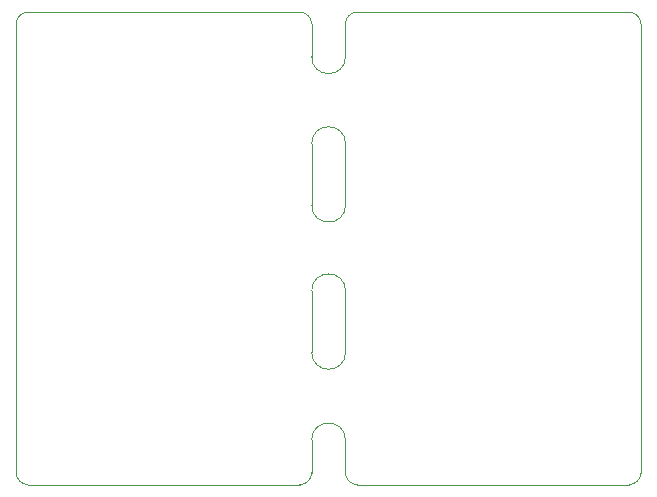
<source format=gbr>
%TF.GenerationSoftware,KiCad,Pcbnew,7.0.1*%
%TF.CreationDate,2023-07-22T01:46:55+03:00*%
%TF.ProjectId,kr556rt2,6b723535-3672-4743-922e-6b696361645f,rev?*%
%TF.SameCoordinates,Original*%
%TF.FileFunction,Profile,NP*%
%FSLAX46Y46*%
G04 Gerber Fmt 4.6, Leading zero omitted, Abs format (unit mm)*
G04 Created by KiCad (PCBNEW 7.0.1) date 2023-07-22 01:46:55*
%MOMM*%
%LPD*%
G01*
G04 APERTURE LIST*
%TA.AperFunction,Profile*%
%ADD10C,0.100000*%
%TD*%
G04 APERTURE END LIST*
D10*
X59547000Y-38100000D02*
X82560123Y-38100000D01*
X86416677Y-74321277D02*
G75*
G03*
X83560123Y-74321277I-1428277J0D01*
G01*
X83560123Y-41878723D02*
G75*
G03*
X86416677Y-41878723I1428277J0D01*
G01*
X83566000Y-54441961D02*
X83566000Y-49231077D01*
X87416677Y-78100000D02*
X110429800Y-78100000D01*
X87416677Y-38099977D02*
G75*
G03*
X86416677Y-39100000I23J-1000023D01*
G01*
X111429800Y-39100000D02*
G75*
G03*
X110429800Y-38100000I-1000000J0D01*
G01*
X83566000Y-66907484D02*
X83566000Y-61696600D01*
X86416700Y-77100000D02*
G75*
G03*
X87416677Y-78100000I1000000J0D01*
G01*
X87416677Y-38100000D02*
X110429800Y-38100000D01*
X83560100Y-39100000D02*
G75*
G03*
X82560123Y-38100000I-1000000J0D01*
G01*
X86422554Y-61696600D02*
G75*
G03*
X83566000Y-61696600I-1428277J0D01*
G01*
X83566000Y-66907484D02*
G75*
G03*
X86422554Y-66907484I1428277J0D01*
G01*
X86422554Y-66907484D02*
X86422554Y-61696600D01*
X59547000Y-78100000D02*
X82560123Y-78100000D01*
X58547000Y-77100000D02*
G75*
G03*
X59547000Y-78100000I1000000J0D01*
G01*
X58547000Y-39100000D02*
X58547000Y-77100000D01*
X86422554Y-49231077D02*
G75*
G03*
X83566000Y-49231077I-1428277J0D01*
G01*
X86416677Y-74321277D02*
X86416677Y-77100000D01*
X59547000Y-38100000D02*
G75*
G03*
X58547000Y-39100000I0J-1000000D01*
G01*
X83560123Y-41878723D02*
X83560123Y-39100000D01*
X86422554Y-54441961D02*
X86422554Y-49231077D01*
X111429800Y-39100000D02*
X111429800Y-77100000D01*
X110429800Y-78100000D02*
G75*
G03*
X111429800Y-77100000I0J1000000D01*
G01*
X83566000Y-54441961D02*
G75*
G03*
X86422554Y-54441961I1428277J0D01*
G01*
X86416677Y-41878723D02*
X86416677Y-39100000D01*
X82560123Y-78100023D02*
G75*
G03*
X83560123Y-77100000I-23J1000023D01*
G01*
X83560123Y-74321277D02*
X83560123Y-77100000D01*
M02*

</source>
